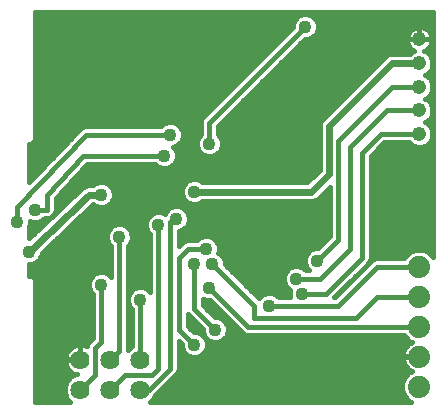
<source format=gbl>
G75*
G70*
%OFA0B0*%
%FSLAX24Y24*%
%IPPOS*%
%LPD*%
%AMOC8*
5,1,8,0,0,1.08239X$1,22.5*
%
%ADD10C,0.0640*%
%ADD11C,0.0740*%
%ADD12C,0.0476*%
%ADD13C,0.0160*%
%ADD14C,0.0436*%
%ADD15C,0.0240*%
D10*
X007600Y001000D03*
X008600Y001000D03*
X009600Y001000D03*
X009600Y002000D03*
X008600Y002000D03*
X007600Y002000D03*
D11*
X018900Y002100D03*
X018900Y001100D03*
X018900Y003100D03*
X018900Y004100D03*
X018900Y005100D03*
D12*
X018906Y009525D03*
X018906Y010313D03*
X018906Y011100D03*
X018906Y011887D03*
X018906Y012675D03*
D13*
X006100Y004683D02*
X006100Y000600D01*
X007265Y000600D01*
X007159Y000705D01*
X007080Y000897D01*
X007080Y001103D01*
X007159Y001295D01*
X007305Y001441D01*
X007480Y001513D01*
X007408Y001537D01*
X007338Y001572D01*
X007274Y001619D01*
X007219Y001674D01*
X007172Y001738D01*
X007137Y001808D01*
X007112Y001883D01*
X007100Y001961D01*
X007100Y001991D01*
X007591Y001991D01*
X007591Y002009D01*
X007591Y002500D01*
X007561Y002500D01*
X007483Y002488D01*
X007408Y002463D01*
X007338Y002428D01*
X007274Y002381D01*
X007219Y002326D01*
X007172Y002262D01*
X007137Y002192D01*
X007112Y002117D01*
X007100Y002039D01*
X007100Y002009D01*
X007591Y002009D01*
X007609Y002009D01*
X007609Y002500D01*
X007639Y002500D01*
X007717Y002488D01*
X007792Y002463D01*
X007820Y002449D01*
X007820Y002456D01*
X007863Y002559D01*
X007941Y002637D01*
X007941Y002637D01*
X008020Y002716D01*
X008020Y004189D01*
X007946Y004263D01*
X007882Y004417D01*
X007882Y004583D01*
X007946Y004737D01*
X008063Y004854D01*
X008217Y004918D01*
X008383Y004918D01*
X008537Y004854D01*
X008620Y004771D01*
X008620Y005789D01*
X008546Y005863D01*
X008482Y006017D01*
X008482Y006183D01*
X008546Y006337D01*
X008663Y006454D01*
X008817Y006518D01*
X008983Y006518D01*
X009137Y006454D01*
X009254Y006337D01*
X009318Y006183D01*
X009318Y006017D01*
X009254Y005863D01*
X009180Y005789D01*
X009180Y002315D01*
X009305Y002441D01*
X009320Y002447D01*
X009320Y003689D01*
X009246Y003763D01*
X009182Y003917D01*
X009182Y004083D01*
X009246Y004237D01*
X009363Y004354D01*
X009517Y004418D01*
X009683Y004418D01*
X009837Y004354D01*
X009920Y004271D01*
X009920Y006189D01*
X009846Y006263D01*
X009782Y006417D01*
X009782Y006583D01*
X009846Y006737D01*
X009963Y006854D01*
X010117Y006918D01*
X010283Y006918D01*
X010415Y006863D01*
X010446Y006937D01*
X010563Y007054D01*
X010717Y007118D01*
X010883Y007118D01*
X011037Y007054D01*
X011154Y006937D01*
X011218Y006783D01*
X011218Y006617D01*
X011154Y006463D01*
X011037Y006346D01*
X010883Y006282D01*
X010880Y006282D01*
X010880Y005776D01*
X011041Y005937D01*
X011144Y005980D01*
X011489Y005980D01*
X011563Y006054D01*
X011717Y006118D01*
X011883Y006118D01*
X012037Y006054D01*
X012154Y005937D01*
X012218Y005783D01*
X012218Y005617D01*
X012199Y005570D01*
X012237Y005554D01*
X012354Y005437D01*
X012418Y005283D01*
X012418Y005178D01*
X013552Y004044D01*
X013663Y004154D01*
X013817Y004218D01*
X013983Y004218D01*
X014137Y004154D01*
X014211Y004080D01*
X014597Y004080D01*
X014582Y004117D01*
X014582Y004283D01*
X014601Y004330D01*
X014563Y004346D01*
X014446Y004463D01*
X014382Y004617D01*
X014382Y004783D01*
X014446Y004937D01*
X014563Y005054D01*
X014717Y005118D01*
X014883Y005118D01*
X015037Y005054D01*
X015111Y004980D01*
X015229Y004980D01*
X015146Y005063D01*
X015082Y005217D01*
X015082Y005383D01*
X015146Y005537D01*
X015263Y005654D01*
X015417Y005718D01*
X015522Y005718D01*
X015920Y006116D01*
X015920Y007767D01*
X015481Y007329D01*
X015364Y007280D01*
X011671Y007280D01*
X011637Y007246D01*
X011483Y007182D01*
X011317Y007182D01*
X011163Y007246D01*
X011046Y007363D01*
X010982Y007517D01*
X010982Y007683D01*
X011046Y007837D01*
X011163Y007954D01*
X011317Y008018D01*
X011483Y008018D01*
X011637Y007954D01*
X011671Y007920D01*
X015167Y007920D01*
X015580Y008333D01*
X015580Y009845D01*
X015629Y009962D01*
X017735Y012069D01*
X017825Y012159D01*
X017943Y012207D01*
X018607Y012207D01*
X018658Y012259D01*
X018737Y012292D01*
X018687Y012317D01*
X018634Y012356D01*
X018587Y012402D01*
X018549Y012456D01*
X018519Y012514D01*
X018498Y012577D01*
X018488Y012642D01*
X018488Y012675D01*
X018906Y012675D01*
X018906Y012675D01*
X018906Y013093D01*
X018873Y013093D01*
X018808Y013083D01*
X018746Y013062D01*
X018687Y013032D01*
X018634Y012994D01*
X018587Y012947D01*
X018549Y012894D01*
X018519Y012835D01*
X018498Y012773D01*
X018488Y012708D01*
X018488Y012675D01*
X018906Y012675D01*
X018906Y012675D01*
X018906Y013093D01*
X018939Y013093D01*
X019004Y013083D01*
X019067Y013062D01*
X019125Y013032D01*
X019179Y012994D01*
X019225Y012947D01*
X019264Y012894D01*
X019294Y012835D01*
X019314Y012773D01*
X019324Y012708D01*
X019324Y012675D01*
X018906Y012675D01*
X018906Y012675D01*
X019324Y012675D01*
X019324Y012642D01*
X019314Y012577D01*
X019294Y012514D01*
X019264Y012456D01*
X019225Y012402D01*
X019179Y012356D01*
X019125Y012317D01*
X019075Y012292D01*
X019154Y012259D01*
X019278Y012136D01*
X019344Y011975D01*
X019344Y011800D01*
X019278Y011639D01*
X019154Y011516D01*
X019101Y011494D01*
X019154Y011471D01*
X019278Y011348D01*
X019344Y011187D01*
X019344Y011013D01*
X019278Y010852D01*
X019154Y010729D01*
X019101Y010706D01*
X019154Y010684D01*
X019278Y010561D01*
X019344Y010400D01*
X019344Y010225D01*
X019278Y010064D01*
X019154Y009941D01*
X019101Y009919D01*
X019154Y009897D01*
X019278Y009773D01*
X019344Y009612D01*
X019344Y009438D01*
X019278Y009277D01*
X019154Y009154D01*
X018993Y009087D01*
X018819Y009087D01*
X018658Y009154D01*
X018567Y009245D01*
X017741Y009245D01*
X017280Y008784D01*
X017280Y005344D01*
X017237Y005241D01*
X017159Y005163D01*
X016076Y004080D01*
X016084Y004080D01*
X017263Y005259D01*
X017263Y005259D01*
X017341Y005337D01*
X017444Y005380D01*
X018399Y005380D01*
X018417Y005423D01*
X018577Y005583D01*
X018787Y005670D01*
X019013Y005670D01*
X019223Y005583D01*
X019370Y005436D01*
X019370Y013596D01*
X006100Y013596D01*
X006100Y009317D01*
X005983Y009200D01*
X005900Y009200D01*
X005900Y007922D01*
X007561Y009656D01*
X007563Y009659D01*
X007600Y009696D01*
X007636Y009734D01*
X007639Y009735D01*
X007641Y009737D01*
X007690Y009758D01*
X007738Y009779D01*
X007741Y009779D01*
X007744Y009780D01*
X007797Y009780D01*
X007850Y009781D01*
X007853Y009780D01*
X010289Y009780D01*
X010363Y009854D01*
X010517Y009918D01*
X010683Y009918D01*
X010837Y009854D01*
X010954Y009737D01*
X011018Y009583D01*
X011018Y009417D01*
X010954Y009263D01*
X010837Y009146D01*
X010702Y009090D01*
X010754Y009037D01*
X010818Y008883D01*
X010818Y008717D01*
X010754Y008563D01*
X010637Y008446D01*
X010483Y008382D01*
X010317Y008382D01*
X010163Y008446D01*
X010089Y008520D01*
X007823Y008520D01*
X006780Y007391D01*
X006780Y006944D01*
X006737Y006841D01*
X006659Y006763D01*
X006556Y006720D01*
X006411Y006720D01*
X006337Y006646D01*
X006183Y006582D01*
X006017Y006582D01*
X005918Y006623D01*
X005918Y006517D01*
X005900Y006473D01*
X005900Y006041D01*
X007677Y007729D01*
X007719Y007771D01*
X007723Y007773D01*
X007726Y007776D01*
X007781Y007797D01*
X007836Y007820D01*
X007841Y007820D01*
X007845Y007822D01*
X007904Y007820D01*
X008029Y007820D01*
X008063Y007854D01*
X008217Y007918D01*
X008383Y007918D01*
X008537Y007854D01*
X008654Y007737D01*
X008718Y007583D01*
X008718Y007417D01*
X008654Y007263D01*
X008537Y007146D01*
X008383Y007082D01*
X008217Y007082D01*
X008063Y007146D01*
X008029Y007180D01*
X008028Y007180D01*
X006318Y005556D01*
X006318Y005517D01*
X006254Y005363D01*
X006137Y005246D01*
X005983Y005182D01*
X005900Y005182D01*
X005900Y004800D01*
X005983Y004800D01*
X006100Y004683D01*
X006100Y004618D02*
X007896Y004618D01*
X007882Y004460D02*
X006100Y004460D01*
X006100Y004301D02*
X007930Y004301D01*
X008020Y004143D02*
X006100Y004143D01*
X006100Y003984D02*
X008020Y003984D01*
X008020Y003826D02*
X006100Y003826D01*
X006100Y003667D02*
X008020Y003667D01*
X008020Y003509D02*
X006100Y003509D01*
X006100Y003350D02*
X008020Y003350D01*
X008020Y003192D02*
X006100Y003192D01*
X006100Y003033D02*
X008020Y003033D01*
X008020Y002875D02*
X006100Y002875D01*
X006100Y002716D02*
X008020Y002716D01*
X008300Y002600D02*
X008100Y002400D01*
X008100Y001500D01*
X007600Y001000D01*
X007157Y001290D02*
X006100Y001290D01*
X006100Y001448D02*
X007323Y001448D01*
X007291Y001607D02*
X006100Y001607D01*
X006100Y001765D02*
X007159Y001765D01*
X007106Y001924D02*
X006100Y001924D01*
X006100Y002082D02*
X007107Y002082D01*
X007161Y002241D02*
X006100Y002241D01*
X006100Y002399D02*
X007299Y002399D01*
X007591Y002399D02*
X007609Y002399D01*
X007609Y002241D02*
X007591Y002241D01*
X007591Y002082D02*
X007609Y002082D01*
X007862Y002558D02*
X006100Y002558D01*
X006100Y001131D02*
X007091Y001131D01*
X007080Y000973D02*
X006100Y000973D01*
X006100Y000814D02*
X007114Y000814D01*
X007209Y000656D02*
X006100Y000656D01*
X008600Y001000D02*
X009100Y001500D01*
X010000Y001500D01*
X010200Y001700D01*
X010200Y006500D01*
X010600Y006600D02*
X010600Y001700D01*
X009900Y001000D01*
X009600Y001000D01*
X010069Y000773D02*
X010137Y000841D01*
X010837Y001541D01*
X010880Y001644D01*
X010880Y002624D01*
X010982Y002522D01*
X010982Y002417D01*
X011046Y002263D01*
X011163Y002146D01*
X011317Y002082D01*
X011483Y002082D01*
X011637Y002146D01*
X011754Y002263D01*
X011818Y002417D01*
X011818Y002583D01*
X011754Y002737D01*
X011637Y002854D01*
X011483Y002918D01*
X011378Y002918D01*
X011180Y003116D01*
X011180Y003524D01*
X011682Y003022D01*
X011682Y002917D01*
X011746Y002763D01*
X011863Y002646D01*
X012017Y002582D01*
X012183Y002582D01*
X012337Y002646D01*
X012454Y002763D01*
X012518Y002917D01*
X012518Y003083D01*
X012454Y003237D01*
X012337Y003354D01*
X012183Y003418D01*
X012078Y003418D01*
X011680Y003816D01*
X011680Y004039D01*
X011817Y003982D01*
X011922Y003982D01*
X012963Y002941D01*
X013041Y002863D01*
X013144Y002820D01*
X018399Y002820D01*
X018417Y002777D01*
X018577Y002617D01*
X018646Y002588D01*
X018612Y002570D01*
X018542Y002520D01*
X018480Y002458D01*
X018430Y002388D01*
X018390Y002311D01*
X018364Y002229D01*
X018350Y002143D01*
X018350Y002120D01*
X018880Y002120D01*
X018880Y002080D01*
X018350Y002080D01*
X018350Y002057D01*
X018364Y001971D01*
X018390Y001889D01*
X018430Y001812D01*
X018480Y001742D01*
X018542Y001680D01*
X018612Y001630D01*
X018646Y001612D01*
X018577Y001583D01*
X018417Y001423D01*
X018330Y001213D01*
X018330Y000987D01*
X018417Y000777D01*
X018577Y000617D01*
X018618Y000600D01*
X009935Y000600D01*
X010041Y000705D01*
X010069Y000773D01*
X010110Y000814D02*
X018401Y000814D01*
X018336Y000973D02*
X010269Y000973D01*
X010427Y001131D02*
X018330Y001131D01*
X018362Y001290D02*
X010586Y001290D01*
X010744Y001448D02*
X018442Y001448D01*
X018633Y001607D02*
X010864Y001607D01*
X010880Y001765D02*
X018464Y001765D01*
X018379Y001924D02*
X010880Y001924D01*
X010880Y002082D02*
X011317Y002082D01*
X011483Y002082D02*
X018880Y002082D01*
X018437Y002399D02*
X011811Y002399D01*
X011818Y002558D02*
X018594Y002558D01*
X018478Y002716D02*
X012407Y002716D01*
X012501Y002875D02*
X013029Y002875D01*
X012871Y003033D02*
X012518Y003033D01*
X012473Y003192D02*
X012712Y003192D01*
X012554Y003350D02*
X012341Y003350D01*
X012395Y003509D02*
X011987Y003509D01*
X011829Y003667D02*
X012237Y003667D01*
X012078Y003826D02*
X011680Y003826D01*
X011680Y003984D02*
X011812Y003984D01*
X011400Y003700D02*
X012100Y003000D01*
X011793Y002716D02*
X011763Y002716D01*
X011699Y002875D02*
X011588Y002875D01*
X011671Y003033D02*
X011263Y003033D01*
X011180Y003192D02*
X011512Y003192D01*
X011354Y003350D02*
X011180Y003350D01*
X011180Y003509D02*
X011195Y003509D01*
X011400Y003700D02*
X011400Y005200D01*
X010900Y005400D02*
X010900Y003000D01*
X011400Y002500D01*
X011732Y002241D02*
X018367Y002241D01*
X018900Y003100D02*
X013200Y003100D01*
X011900Y004400D01*
X012661Y004935D02*
X014445Y004935D01*
X014382Y004777D02*
X012819Y004777D01*
X012978Y004618D02*
X014382Y004618D01*
X014449Y004460D02*
X013136Y004460D01*
X013295Y004301D02*
X014589Y004301D01*
X014582Y004143D02*
X014149Y004143D01*
X013651Y004143D02*
X013453Y004143D01*
X013400Y003800D02*
X013400Y003400D01*
X016800Y003400D01*
X017500Y004100D01*
X018900Y004100D01*
X018900Y005100D02*
X017500Y005100D01*
X016200Y003800D01*
X013900Y003800D01*
X013400Y003800D02*
X012000Y005200D01*
X012418Y005252D02*
X015082Y005252D01*
X015093Y005411D02*
X012365Y005411D01*
X012202Y005569D02*
X015178Y005569D01*
X015532Y005728D02*
X012218Y005728D01*
X012176Y005886D02*
X015690Y005886D01*
X015849Y006045D02*
X012047Y006045D01*
X011553Y006045D02*
X010880Y006045D01*
X010880Y006203D02*
X015920Y006203D01*
X015920Y006362D02*
X011053Y006362D01*
X011178Y006520D02*
X015920Y006520D01*
X015920Y006679D02*
X011218Y006679D01*
X011196Y006837D02*
X015920Y006837D01*
X015920Y006996D02*
X011096Y006996D01*
X011096Y007313D02*
X008675Y007313D01*
X008718Y007471D02*
X011001Y007471D01*
X010982Y007630D02*
X008699Y007630D01*
X008603Y007788D02*
X011025Y007788D01*
X011155Y007947D02*
X007293Y007947D01*
X007440Y008105D02*
X015352Y008105D01*
X015194Y007947D02*
X011645Y007947D01*
X010762Y008581D02*
X015580Y008581D01*
X015580Y008739D02*
X010818Y008739D01*
X010812Y008898D02*
X011611Y008898D01*
X011663Y008846D02*
X011817Y008782D01*
X011983Y008782D01*
X012137Y008846D01*
X012254Y008963D01*
X012318Y009117D01*
X012318Y009283D01*
X012254Y009437D01*
X012180Y009511D01*
X012180Y009784D01*
X015078Y012682D01*
X015183Y012682D01*
X015337Y012746D01*
X015454Y012863D01*
X015518Y013017D01*
X015518Y013183D01*
X015454Y013337D01*
X015337Y013454D01*
X015183Y013518D01*
X015017Y013518D01*
X014863Y013454D01*
X014746Y013337D01*
X014682Y013183D01*
X014682Y013078D01*
X011663Y010059D01*
X011620Y009956D01*
X011620Y009511D01*
X011546Y009437D01*
X011482Y009283D01*
X011482Y009117D01*
X011546Y008963D01*
X011663Y008846D01*
X011507Y009056D02*
X010735Y009056D01*
X010906Y009215D02*
X011482Y009215D01*
X011519Y009373D02*
X011000Y009373D01*
X011018Y009532D02*
X011620Y009532D01*
X011620Y009690D02*
X010974Y009690D01*
X010843Y009849D02*
X011620Y009849D01*
X011641Y010007D02*
X006100Y010007D01*
X006100Y009849D02*
X010357Y009849D01*
X010600Y009500D02*
X007800Y009500D01*
X005500Y007100D01*
X005500Y006600D01*
X005918Y006520D02*
X006404Y006520D01*
X006370Y006679D02*
X006571Y006679D01*
X006733Y006837D02*
X006738Y006837D01*
X006780Y006996D02*
X006904Y006996D01*
X006780Y007154D02*
X007071Y007154D01*
X007238Y007313D02*
X006780Y007313D01*
X006854Y007471D02*
X007405Y007471D01*
X007572Y007630D02*
X007001Y007630D01*
X007147Y007788D02*
X007757Y007788D01*
X007586Y008264D02*
X015511Y008264D01*
X015580Y008422D02*
X010580Y008422D01*
X010220Y008422D02*
X007732Y008422D01*
X007700Y008800D02*
X006500Y007500D01*
X006500Y007000D01*
X006100Y007000D01*
X006237Y006362D02*
X005900Y006362D01*
X005900Y006203D02*
X006070Y006203D01*
X005903Y006045D02*
X005900Y006045D01*
X006332Y005569D02*
X008620Y005569D01*
X008620Y005728D02*
X006499Y005728D01*
X006666Y005886D02*
X008536Y005886D01*
X008482Y006045D02*
X006833Y006045D01*
X006999Y006203D02*
X008490Y006203D01*
X008570Y006362D02*
X007166Y006362D01*
X007333Y006520D02*
X009782Y006520D01*
X009805Y006362D02*
X009230Y006362D01*
X009310Y006203D02*
X009906Y006203D01*
X009920Y006045D02*
X009318Y006045D01*
X009264Y005886D02*
X009920Y005886D01*
X009920Y005728D02*
X009180Y005728D01*
X009180Y005569D02*
X009920Y005569D01*
X009920Y005411D02*
X009180Y005411D01*
X009180Y005252D02*
X009920Y005252D01*
X009920Y005094D02*
X009180Y005094D01*
X009180Y004935D02*
X009920Y004935D01*
X009920Y004777D02*
X009180Y004777D01*
X009180Y004618D02*
X009920Y004618D01*
X009920Y004460D02*
X009180Y004460D01*
X009180Y004301D02*
X009310Y004301D01*
X009206Y004143D02*
X009180Y004143D01*
X009180Y003984D02*
X009182Y003984D01*
X009180Y003826D02*
X009220Y003826D01*
X009180Y003667D02*
X009320Y003667D01*
X009320Y003509D02*
X009180Y003509D01*
X009180Y003350D02*
X009320Y003350D01*
X009320Y003192D02*
X009180Y003192D01*
X009180Y003033D02*
X009320Y003033D01*
X009320Y002875D02*
X009180Y002875D01*
X009180Y002716D02*
X009320Y002716D01*
X009320Y002558D02*
X009180Y002558D01*
X009180Y002399D02*
X009264Y002399D01*
X008900Y002300D02*
X008600Y002000D01*
X008900Y002300D02*
X008900Y006100D01*
X008620Y005411D02*
X006274Y005411D01*
X006143Y005252D02*
X008620Y005252D01*
X008620Y005094D02*
X005900Y005094D01*
X005900Y004935D02*
X008620Y004935D01*
X008615Y004777D02*
X008620Y004777D01*
X008300Y004500D02*
X008300Y002600D01*
X009600Y002000D02*
X009600Y004000D01*
X009890Y004301D02*
X009920Y004301D01*
X010900Y005400D02*
X011200Y005700D01*
X011800Y005700D01*
X010990Y005886D02*
X010880Y005886D01*
X010600Y006600D02*
X010800Y006700D01*
X010504Y006996D02*
X007834Y006996D01*
X008000Y007154D02*
X008055Y007154D01*
X008545Y007154D02*
X015920Y007154D01*
X015920Y007313D02*
X015442Y007313D01*
X015624Y007471D02*
X015920Y007471D01*
X015920Y007630D02*
X015782Y007630D01*
X017280Y007630D02*
X019370Y007630D01*
X019370Y007788D02*
X017280Y007788D01*
X017280Y007947D02*
X019370Y007947D01*
X019370Y008105D02*
X017280Y008105D01*
X017280Y008264D02*
X019370Y008264D01*
X019370Y008422D02*
X017280Y008422D01*
X017280Y008581D02*
X019370Y008581D01*
X019370Y008739D02*
X017280Y008739D01*
X017394Y008898D02*
X019370Y008898D01*
X019370Y009056D02*
X017552Y009056D01*
X017711Y009215D02*
X018597Y009215D01*
X018906Y009525D02*
X017625Y009525D01*
X017000Y008900D01*
X017000Y005400D01*
X015800Y004200D01*
X015000Y004200D01*
X014800Y004700D02*
X015600Y004700D01*
X016600Y005700D01*
X016600Y009100D01*
X017813Y010313D01*
X018906Y010313D01*
X019310Y010483D02*
X019370Y010483D01*
X019370Y010641D02*
X019197Y010641D01*
X019225Y010800D02*
X019370Y010800D01*
X019370Y010958D02*
X019322Y010958D01*
X019344Y011117D02*
X019370Y011117D01*
X019370Y011275D02*
X019308Y011275D01*
X019370Y011434D02*
X019192Y011434D01*
X019231Y011592D02*
X019370Y011592D01*
X019370Y011751D02*
X019324Y011751D01*
X019344Y011909D02*
X019370Y011909D01*
X019370Y012068D02*
X019306Y012068D01*
X019370Y012226D02*
X019187Y012226D01*
X019207Y012385D02*
X019370Y012385D01*
X019370Y012543D02*
X019303Y012543D01*
X019324Y012702D02*
X019370Y012702D01*
X019370Y012860D02*
X019281Y012860D01*
X019370Y013019D02*
X019145Y013019D01*
X018906Y013019D02*
X018906Y013019D01*
X018906Y012860D02*
X018906Y012860D01*
X018906Y012702D02*
X018906Y012702D01*
X018668Y013019D02*
X015518Y013019D01*
X015518Y013177D02*
X019370Y013177D01*
X019370Y013336D02*
X015455Y013336D01*
X015241Y013494D02*
X019370Y013494D01*
X018531Y012860D02*
X015451Y012860D01*
X015231Y012702D02*
X018488Y012702D01*
X018509Y012543D02*
X014939Y012543D01*
X014781Y012385D02*
X018605Y012385D01*
X018625Y012226D02*
X014622Y012226D01*
X014464Y012068D02*
X017734Y012068D01*
X017575Y011909D02*
X014305Y011909D01*
X014147Y011751D02*
X017417Y011751D01*
X017258Y011592D02*
X013988Y011592D01*
X013830Y011434D02*
X017100Y011434D01*
X016941Y011275D02*
X013671Y011275D01*
X013513Y011117D02*
X016783Y011117D01*
X016624Y010958D02*
X013354Y010958D01*
X013196Y010800D02*
X016466Y010800D01*
X016307Y010641D02*
X013037Y010641D01*
X012879Y010483D02*
X016149Y010483D01*
X015990Y010324D02*
X012720Y010324D01*
X012562Y010166D02*
X015832Y010166D01*
X015673Y010007D02*
X012403Y010007D01*
X012245Y009849D02*
X015582Y009849D01*
X015580Y009690D02*
X012180Y009690D01*
X012180Y009532D02*
X015580Y009532D01*
X015580Y009373D02*
X012281Y009373D01*
X012318Y009215D02*
X015580Y009215D01*
X015580Y009056D02*
X012293Y009056D01*
X012189Y008898D02*
X015580Y008898D01*
X016200Y009294D02*
X018006Y011100D01*
X018906Y011100D01*
X019344Y010324D02*
X019370Y010324D01*
X019370Y010166D02*
X019320Y010166D01*
X019370Y010007D02*
X019220Y010007D01*
X019203Y009849D02*
X019370Y009849D01*
X019370Y009690D02*
X019312Y009690D01*
X019344Y009532D02*
X019370Y009532D01*
X019370Y009373D02*
X019317Y009373D01*
X019370Y009215D02*
X019215Y009215D01*
X019370Y007471D02*
X017280Y007471D01*
X017280Y007313D02*
X019370Y007313D01*
X019370Y007154D02*
X017280Y007154D01*
X017280Y006996D02*
X019370Y006996D01*
X019370Y006837D02*
X017280Y006837D01*
X017280Y006679D02*
X019370Y006679D01*
X019370Y006520D02*
X017280Y006520D01*
X017280Y006362D02*
X019370Y006362D01*
X019370Y006203D02*
X017280Y006203D01*
X017280Y006045D02*
X019370Y006045D01*
X019370Y005886D02*
X017280Y005886D01*
X017280Y005728D02*
X019370Y005728D01*
X019370Y005569D02*
X019237Y005569D01*
X018563Y005569D02*
X017280Y005569D01*
X017280Y005411D02*
X018412Y005411D01*
X017256Y005252D02*
X017242Y005252D01*
X017098Y005094D02*
X017090Y005094D01*
X016939Y004935D02*
X016931Y004935D01*
X016781Y004777D02*
X016773Y004777D01*
X016622Y004618D02*
X016614Y004618D01*
X016464Y004460D02*
X016456Y004460D01*
X016305Y004301D02*
X016297Y004301D01*
X016147Y004143D02*
X016139Y004143D01*
X015133Y005094D02*
X014943Y005094D01*
X014657Y005094D02*
X012502Y005094D01*
X009946Y006837D02*
X007667Y006837D01*
X007500Y006679D02*
X009821Y006679D01*
X007985Y004777D02*
X006006Y004777D01*
X005900Y007947D02*
X005923Y007947D01*
X005900Y008105D02*
X006075Y008105D01*
X006227Y008264D02*
X005900Y008264D01*
X005900Y008422D02*
X006379Y008422D01*
X006531Y008581D02*
X005900Y008581D01*
X005900Y008739D02*
X006683Y008739D01*
X006835Y008898D02*
X005900Y008898D01*
X005900Y009056D02*
X006987Y009056D01*
X007139Y009215D02*
X005997Y009215D01*
X006100Y009373D02*
X007291Y009373D01*
X007442Y009532D02*
X006100Y009532D01*
X006100Y009690D02*
X007594Y009690D01*
X007700Y008800D02*
X010400Y008800D01*
X011900Y009200D02*
X011900Y009900D01*
X015100Y013100D01*
X014682Y013177D02*
X006100Y013177D01*
X006100Y013019D02*
X014623Y013019D01*
X014464Y012860D02*
X006100Y012860D01*
X006100Y012702D02*
X014306Y012702D01*
X014147Y012543D02*
X006100Y012543D01*
X006100Y012385D02*
X013989Y012385D01*
X013830Y012226D02*
X006100Y012226D01*
X006100Y012068D02*
X013672Y012068D01*
X013513Y011909D02*
X006100Y011909D01*
X006100Y011751D02*
X013355Y011751D01*
X013196Y011592D02*
X006100Y011592D01*
X006100Y011434D02*
X013038Y011434D01*
X012879Y011275D02*
X006100Y011275D01*
X006100Y011117D02*
X012721Y011117D01*
X012562Y010958D02*
X006100Y010958D01*
X006100Y010800D02*
X012404Y010800D01*
X012245Y010641D02*
X006100Y010641D01*
X006100Y010483D02*
X012087Y010483D01*
X011928Y010324D02*
X006100Y010324D01*
X006100Y010166D02*
X011770Y010166D01*
X014745Y013336D02*
X006100Y013336D01*
X006100Y013494D02*
X014959Y013494D01*
X016200Y009294D02*
X016200Y006000D01*
X015500Y005300D01*
X010946Y002558D02*
X010880Y002558D01*
X010880Y002399D02*
X010989Y002399D01*
X011068Y002241D02*
X010880Y002241D01*
X009991Y000656D02*
X018538Y000656D01*
D14*
X013900Y003800D03*
X015000Y004200D03*
X014800Y004700D03*
X015500Y005300D03*
X012700Y005700D03*
X012000Y005200D03*
X011800Y005700D03*
X011400Y005200D03*
X011900Y004400D03*
X012100Y003000D03*
X011400Y002500D03*
X009600Y004000D03*
X008300Y004500D03*
X006400Y003500D03*
X005900Y005600D03*
X005500Y006600D03*
X006100Y007000D03*
X008300Y007500D03*
X008900Y006100D03*
X010200Y006500D03*
X010800Y006700D03*
X011400Y007600D03*
X010400Y008800D03*
X010600Y009500D03*
X011900Y009200D03*
X015100Y013100D03*
D15*
X018006Y011887D02*
X018906Y011887D01*
X018006Y011887D02*
X015900Y009781D01*
X015900Y008200D01*
X015300Y007600D01*
X011400Y007600D01*
X008300Y007500D02*
X007900Y007500D01*
X005900Y005600D01*
M02*

</source>
